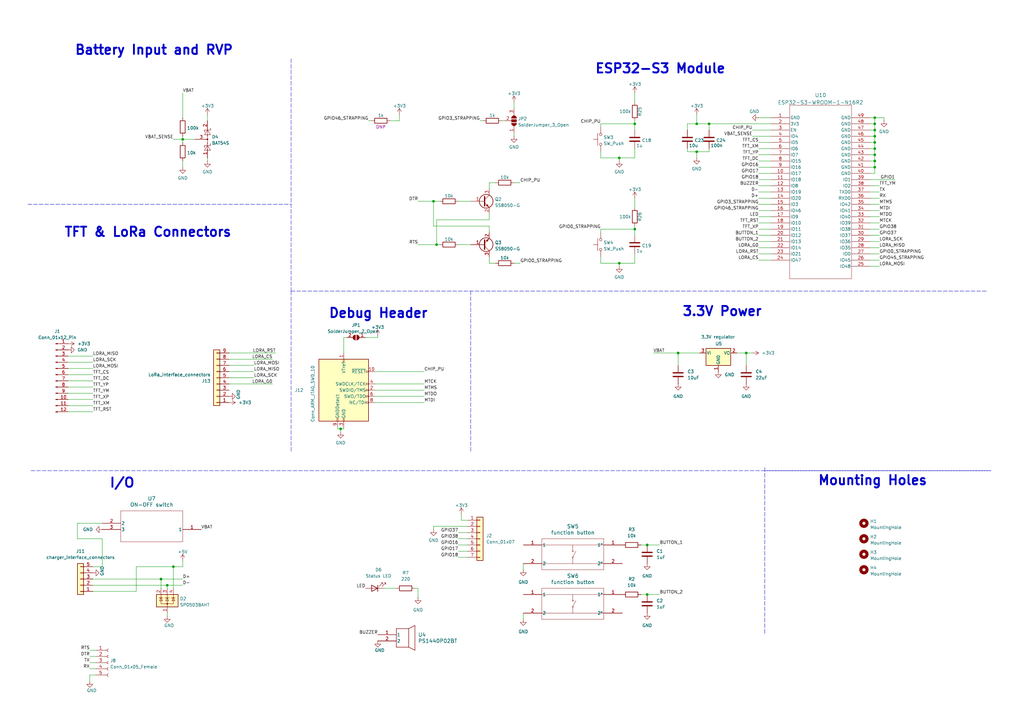
<source format=kicad_sch>
(kicad_sch (version 20231120) (generator "eeschema") (generator_version "8.0")
  (paper "A3")
  (lib_symbols
    (symbol "+3V3_1" (power) (pin_numbers hide) (pin_names (offset 0) hide)
      (property "Value" "+3V3" (at 0 3.556 0))
      (symbol "+3V3_1_1_1"
        (pin power_in line (at 0 0 90) (length 0) (name "~") (number "1"))
      )
    )
    (symbol "2024-10-08_01-38-24:EVQ-P7A01P" (pin_names (offset 0.254))
      (property "Reference" "SW6" (at 20.32 7.62 0))
      (property "Value" "function button" (at 20.32 5.08 0))
      (symbol "EVQ-P7A01P_0_1"
        (pin unspecified line (at 0 0 0) (length 7.62) (name "1") (number "1"))
        (pin unspecified line (at 0 -7.62 0) (length 7.62) (name "2") (number "2"))
      )
      (symbol "EVQ-P7A01P_1_1"
        (pin unspecified line (at 40.64 0 180) (length 7.62) (name "1*") (number "1"))
        (pin unspecified line (at 40.64 -7.62 180) (length 7.62) (name "2*") (number "2"))
      )
    )
    (symbol "2024-10-08_01-39-16:OS102011MA1QS1" (pin_names (offset 0.254))
      (property "Reference" "U" (at 20.32 10.16 0))
      (property "Value" "OS102011MA1QS1" (at 20.32 7.62 0))
      (symbol "OS102011MA1QS1_0_1"
        (pin unspecified line (at 0 0 0) (length 7.62) (name "1") (number "1"))
        (pin unspecified line (at 40.64 -2.54 180) (length 7.62) (name "2") (number "2"))
        (pin unspecified line (at 40.64 0 180) (length 7.62) (name "3") (number "3"))
      )
    )
    (symbol "2024-10-11_03-25-17:PS1440P02BT" (pin_names (offset 0.254))
      (property "Reference" "U" (at 7.62 7.62 0))
      (property "Value" "PS1440P02BT" (at 20.32 7.62 0))
      (symbol "PS1440P02BT_0_1"
        (pin unspecified line (at 0 0 0) (length 7.62) (name "1") (number "1"))
        (pin unspecified line (at 0 -2.54 0) (length 7.62) (name "2") (number "2"))
      )
    )
    (symbol "Connector:Conn_01x05_Female" (pin_names (offset 1.016) hide)
      (property "Reference" "J" (at 0 7.62 0))
      (property "Value" "Conn_01x05_Female" (at 0 -7.62 0))
      (symbol "Conn_01x05_Female_1_1"
        (pin passive line (at -5.08 5.08 0) (length 3.81) (name "Pin_1") (number "1"))
        (pin passive line (at -5.08 2.54 0) (length 3.81) (name "Pin_2") (number "2"))
        (pin passive line (at -5.08 0 0) (length 3.81) (name "Pin_3") (number "3"))
        (pin passive line (at -5.08 -2.54 0) (length 3.81) (name "Pin_4") (number "4"))
        (pin passive line (at -5.08 -5.08 0) (length 3.81) (name "Pin_5") (number "5"))
      )
    )
    (symbol "Connector:Conn_01x12_Pin" (pin_names (offset 1.016) hide)
      (property "Reference" "J" (at 0 15.24 0))
      (property "Value" "Conn_01x12_Pin" (at 0 -17.78 0))
      (symbol "Conn_01x12_Pin_1_1"
        (pin passive line (at 5.08 12.7 180) (length 3.81) (name "Pin_1") (number "1"))
        (pin passive line (at 5.08 -10.16 180) (length 3.81) (name "Pin_10") (number "10"))
        (pin passive line (at 5.08 -12.7 180) (length 3.81) (name "Pin_11") (number "11"))
        (pin passive line (at 5.08 -15.24 180) (length 3.81) (name "Pin_12") (number "12"))
        (pin passive line (at 5.08 10.16 180) (length 3.81) (name "Pin_2") (number "2"))
        (pin passive line (at 5.08 7.62 180) (length 3.81) (name "Pin_3") (number "3"))
        (pin passive line (at 5.08 5.08 180) (length 3.81) (name "Pin_4") (number "4"))
        (pin passive line (at 5.08 2.54 180) (length 3.81) (name "Pin_5") (number "5"))
        (pin passive line (at 5.08 0 180) (length 3.81) (name "Pin_6") (number "6"))
        (pin passive line (at 5.08 -2.54 180) (length 3.81) (name "Pin_7") (number "7"))
        (pin passive line (at 5.08 -5.08 180) (length 3.81) (name "Pin_8") (number "8"))
        (pin passive line (at 5.08 -7.62 180) (length 3.81) (name "Pin_9") (number "9"))
      )
    )
    (symbol "Connector:Conn_ARM_JTAG_SWD_10" (pin_names (offset 1.016))
      (property "Reference" "J" (at -2.54 16.51 0))
      (property "Value" "Conn_ARM_JTAG_SWD_10" (at -2.54 13.97 0))
      (symbol "Conn_ARM_JTAG_SWD_10_1_1"
        (pin power_in line (at 0 15.24 270) (length 2.54) (name "VTref") (number "1"))
        (pin open_collector line (at 12.7 7.62 180) (length 2.54) (name "~{RESET}") (number "10"))
        (pin bidirectional line (at 12.7 0 180) (length 2.54) (name "SWDIO/TMS") (number "2"))
        (pin power_in line (at 0 -15.24 90) (length 2.54) (name "GND") (number "3"))
        (pin output line (at 12.7 2.54 180) (length 2.54) (name "SWDCLK/TCK") (number "4"))
        (pin passive line (at 0 -15.24 90) (length 2.54) hide (name "GND") (number "5"))
        (pin input line (at 12.7 -2.54 180) (length 2.54) (name "SWO/TDO") (number "6"))
        (pin no_connect line (at -10.16 0 0) (length 2.54) hide (name "KEY") (number "7"))
        (pin output line (at 12.7 -5.08 180) (length 2.54) (name "NC/TDI") (number "8"))
        (pin passive line (at -2.54 -15.24 90) (length 2.54) (name "GNDDetect") (number "9"))
      )
    )
    (symbol "Connector_Generic:Conn_01x05" (pin_names (offset 1.016) hide)
      (property "Reference" "J11" (at 0 -11.43 0))
      (property "Value" "charger_interface_connectors" (at 0 -8.89 0))
      (symbol "Conn_01x05_1_1"
        (pin passive line (at -5.08 5.08 0) (length 3.81) (name "5V") (number "1"))
        (pin passive line (at -5.08 2.54 0) (length 3.81) (name "D-") (number "2"))
        (pin passive line (at -5.08 0 0) (length 3.81) (name "D+") (number "3"))
        (pin passive line (at -5.08 -2.54 0) (length 3.81) (name "GND") (number "4"))
        (pin passive line (at -5.08 -5.08 0) (length 3.81) (name "BAT") (number "5"))
      )
    )
    (symbol "Connector_Generic:Conn_01x07" (pin_names (offset 1.016) hide)
      (property "Reference" "J" (at 0 10.16 0))
      (property "Value" "Conn_01x07" (at 0 -10.16 0))
      (symbol "Conn_01x07_1_1"
        (pin passive line (at -5.08 7.62 0) (length 3.81) (name "Pin_1") (number "1"))
        (pin passive line (at -5.08 5.08 0) (length 3.81) (name "Pin_2") (number "2"))
        (pin passive line (at -5.08 2.54 0) (length 3.81) (name "Pin_3") (number "3"))
        (pin passive line (at -5.08 0 0) (length 3.81) (name "Pin_4") (number "4"))
        (pin passive line (at -5.08 -2.54 0) (length 3.81) (name "Pin_5") (number "5"))
        (pin passive line (at -5.08 -5.08 0) (length 3.81) (name "Pin_6") (number "6"))
        (pin passive line (at -5.08 -7.62 0) (length 3.81) (name "Pin_7") (number "7"))
      )
    )
    (symbol "Connector_Generic:Conn_01x09" (pin_names (offset 1.016) hide)
      (property "Reference" "J13" (at 2.54 1.2701 0))
      (property "Value" "LoRa_interface_connectors" (at 2.54 -1.2699 0))
      (symbol "Conn_01x09_1_1"
        (pin passive line (at -5.08 10.16 0) (length 3.81) (name "VIN") (number "1"))
        (pin passive line (at -5.08 7.62 0) (length 3.81) (name "GND") (number "2"))
        (pin passive line (at -5.08 5.08 0) (length 3.81) (name "EN") (number "3"))
        (pin passive line (at -5.08 2.54 0) (length 3.81) (name "G0") (number "4"))
        (pin passive line (at -5.08 0 0) (length 3.81) (name "SCK") (number "5"))
        (pin passive line (at -5.08 -2.54 0) (length 3.81) (name "MISO") (number "6"))
        (pin passive line (at -5.08 -5.08 0) (length 3.81) (name "MOSI") (number "7"))
        (pin passive line (at -5.08 -7.62 0) (length 3.81) (name "CS") (number "8"))
        (pin passive line (at -5.08 -10.16 0) (length 3.81) (name "RST") (number "9"))
      )
    )
    (symbol "Device:C" (pin_numbers hide) (pin_names (offset 0.254))
      (property "Reference" "C" (at 0.635 2.54 0))
      (property "Value" "C" (at 0.635 -2.54 0))
      (symbol "C_1_1"
        (pin passive line (at 0 3.81 270) (length 2.794) (name "~") (number "1"))
        (pin passive line (at 0 -3.81 90) (length 2.794) (name "~") (number "2"))
      )
    )
    (symbol "Device:Q_NPN_BEC" (pin_names (offset 0) hide)
      (property "Reference" "Q" (at 5.08 1.27 0))
      (property "Value" "Q_NPN_BEC" (at 5.08 -1.27 0))
      (symbol "Q_NPN_BEC_1_1"
        (pin input line (at -5.08 0 0) (length 5.715) (name "B") (number "1"))
        (pin passive line (at 2.54 -5.08 90) (length 2.54) (name "E") (number "2"))
        (pin passive line (at 2.54 5.08 270) (length 2.54) (name "C") (number "3"))
      )
    )
    (symbol "Device:R" (pin_numbers hide) (pin_names (offset 0))
      (property "Reference" "R" (at 2.032 0 90))
      (property "Value" "R" (at 0 0 90))
      (symbol "R_1_1"
        (pin passive line (at 0 3.81 270) (length 1.27) (name "~") (number "1"))
        (pin passive line (at 0 -3.81 90) (length 1.27) (name "~") (number "2"))
      )
    )
    (symbol "Diode:BAT54S" (pin_names (offset 1.016))
      (property "Reference" "D" (at 0.635 -3.81 0))
      (property "Value" "BAT54S" (at -6.35 3.175 0))
      (symbol "BAT54S_1_1"
        (pin passive line (at -7.62 0 0) (length 3.81) (name "~") (number "1"))
        (pin passive line (at 7.62 0 180) (length 3.81) (name "~") (number "2"))
        (pin passive line (at 0 -5.08 90) (length 5.08) (name "~") (number "3"))
      )
    )
    (symbol "EVQ-P7A01P_1" (pin_names (offset 0.254))
      (property "Reference" "SW5" (at 20.32 7.62 0))
      (property "Value" "function button" (at 20.32 5.08 0))
      (symbol "EVQ-P7A01P_1_0_1"
        (pin unspecified line (at 0 0 0) (length 7.62) (name "1") (number "1"))
        (pin unspecified line (at 40.64 0 180) (length 7.62) (name "1*") (number "1"))
        (pin unspecified line (at 0 -7.62 0) (length 7.62) (name "2") (number "2"))
        (pin unspecified line (at 40.64 -7.62 180) (length 7.62) (name "2*") (number "2"))
      )
    )
    (symbol "Jumper:SolderJumper_2_Open" (pin_names (offset 0) hide)
      (property "Reference" "JP" (at 0 2.032 0))
      (property "Value" "SolderJumper_2_Open" (at 0 -2.54 0))
      (symbol "SolderJumper_2_Open_1_1"
        (pin passive line (at -3.81 0 0) (length 2.54) (name "A") (number "1"))
        (pin passive line (at 3.81 0 180) (length 2.54) (name "B") (number "2"))
      )
    )
    (symbol "Jumper:SolderJumper_3_Open" (pin_names (offset 0) hide)
      (property "Reference" "JP" (at -2.54 -2.54 0))
      (property "Value" "SolderJumper_3_Open" (at 0 2.794 0))
      (symbol "SolderJumper_3_Open_1_1"
        (pin passive line (at -5.08 0 0) (length 2.54) (name "A") (number "1"))
        (pin passive line (at 0 -3.81 90) (length 2.54) (name "C") (number "2"))
        (pin passive line (at 5.08 0 180) (length 2.54) (name "B") (number "3"))
      )
    )
    (symbol "LED:IR26-21C_L110_TR8" (pin_numbers hide) (pin_names (offset 1.016) hide)
      (property "Reference" "D" (at 0 2.54 0))
      (property "Value" "IR26-21C_L110_TR8" (at 0 -3.81 0))
      (symbol "IR26-21C_L110_TR8_1_1"
        (pin passive line (at -3.81 0 0) (length 2.54) (name "K") (number "1"))
        (pin passive line (at 3.81 0 180) (length 2.54) (name "A") (number "2"))
      )
    )
    (symbol "Mechanical:MountingHole" (pin_names (offset 1.016))
      (property "Reference" "H" (at 0 5.08 0))
      (property "Value" "MountingHole" (at 0 3.175 0))
    )
    (symbol "Power_Protection:SP0503BAHT" (pin_names hide)
      (property "Reference" "D" (at 5.715 2.54 0))
      (property "Value" "SP0503BAHT" (at 5.715 0.635 0))
      (symbol "SP0503BAHT_0_0"
        (pin passive line (at 0 -5.08 90) (length 2.54) (name "A") (number "1"))
      )
      (symbol "SP0503BAHT_1_1"
        (pin passive line (at -2.54 5.08 270) (length 2.54) (name "K") (number "2"))
        (pin passive line (at 0 5.08 270) (length 2.54) (name "K") (number "3"))
        (pin passive line (at 2.54 5.08 270) (length 2.54) (name "K") (number "4"))
      )
    )
    (symbol "Regulator_Linear:AZ1117-3.3" (pin_names (offset 0.254))
      (property "Reference" "U" (at -3.81 3.175 0))
      (property "Value" "AZ1117-3.3" (at 0 3.175 0))
      (symbol "AZ1117-3.3_1_1"
        (pin power_in line (at 0 -7.62 90) (length 2.54) (name "GND") (number "1"))
        (pin power_out line (at 7.62 0 180) (length 2.54) (name "VO") (number "2"))
        (pin power_in line (at -7.62 0 0) (length 2.54) (name "VI") (number "3"))
      )
    )
    (symbol "Switch:SW_Push" (pin_numbers hide) (pin_names (offset 1.016) hide)
      (property "Reference" "SW" (at 1.27 2.54 0))
      (property "Value" "SW_Push" (at 0 -1.524 0))
      (symbol "SW_Push_0_1"
        (pin passive line (at -5.08 0 0) (length 2.54) (name "1") (number "1"))
        (pin passive line (at 5.08 0 180) (length 2.54) (name "2") (number "2"))
      )
    )
    (symbol "basic:C" (pin_numbers hide) (pin_names (offset 0.254))
      (property "Reference" "C" (at 0.635 2.54 0))
      (symbol "C_1_1"
        (pin passive line (at 0 3.81 270) (length 2.794) (name "~") (number "1"))
        (pin passive line (at 0 -3.81 90) (length 2.794) (name "~") (number "2"))
      )
    )
    (symbol "basic:R" (pin_numbers hide) (pin_names (offset 0))
      (property "Value" "R" (at 0 0 90))
      (symbol "R_1_1"
        (pin passive line (at 0 3.81 270) (length 1.27) (name "~") (number "1"))
        (pin passive line (at 0 -3.81 90) (length 1.27) (name "~") (number "2"))
      )
    )
    (symbol "local_symbols:ESP32-S3-WROOM-1-N16R2" (pin_names (offset 0.254))
      (property "Reference" "U" (at 20.32 10.16 0))
      (property "Value" "ESP32-S3-WROOM-1-N16R2" (at 20.32 7.62 0))
      (symbol "ESP32-S3-WROOM-1-N16R2_0_1"
        (pin power_out line (at 0 0 0) (length 7.62) (name "GND") (number "1"))
        (pin bidirectional line (at 0 -22.86 0) (length 7.62) (name "IO17") (number "10"))
        (pin bidirectional line (at 0 -25.4 0) (length 7.62) (name "IO18") (number "11"))
        (pin bidirectional line (at 0 -27.94 0) (length 7.62) (name "IO8") (number "12"))
        (pin bidirectional line (at 0 -30.48 0) (length 7.62) (name "IO19") (number "13"))
        (pin bidirectional line (at 0 -33.02 0) (length 7.62) (name "IO20") (number "14"))
        (pin bidirectional line (at 0 -35.56 0) (length 7.62) (name "IO3") (number "15"))
        (pin bidirectional line (at 0 -38.1 0) (length 7.62) (name "IO46") (number "16"))
        (pin bidirectional line (at 0 -40.64 0) (length 7.62) (name "IO9") (number "17"))
        (pin bidirectional line (at 0 -43.18 0) (length 7.62) (name "IO10") (number "18"))
        (pin bidirectional line (at 0 -45.72 0) (length 7.62) (name "IO11") (number "19"))
        (pin power_in line (at 0 -2.54 0) (length 7.62) (name "3V3") (number "2"))
        (pin bidirectional line (at 0 -48.26 0) (length 7.62) (name "IO12") (number "20"))
        (pin bidirectional line (at 0 -50.8 0) (length 7.62) (name "IO13") (number "21"))
        (pin bidirectional line (at 0 -53.34 0) (length 7.62) (name "IO14") (number "22"))
        (pin bidirectional line (at 0 -55.88 0) (length 7.62) (name "IO21") (number "23"))
        (pin bidirectional line (at 0 -58.42 0) (length 7.62) (name "IO47") (number "24"))
        (pin bidirectional line (at 40.64 -60.96 180) (length 7.62) (name "IO48") (number "25"))
        (pin bidirectional line (at 40.64 -58.42 180) (length 7.62) (name "IO45") (number "26"))
        (pin bidirectional line (at 40.64 -55.88 180) (length 7.62) (name "IO0") (number "27"))
        (pin bidirectional line (at 40.64 -53.34 180) (length 7.62) (name "IO35") (number "28"))
        (pin bidirectional line (at 40.64 -50.8 180) (length 7.62) (name "IO36") (number "29"))
        (pin input line (at 0 -5.08 0) (length 7.62) (name "EN") (number "3"))
        (pin bidirectional line (at 40.64 -48.26 180) (length 7.62) (name "IO37") (number "30"))
        (pin bidirectional line (at 40.64 -45.72 180) (length 7.62) (name "IO38") (number "31"))
        (pin bidirectional line (at 40.64 -43.18 180) (length 7.62) (name "IO39") (number "32"))
        (pin bidirectional line (at 40.64 -40.64 180) (length 7.62) (name "IO40") (number "33"))
        (pin bidirectional line (at 40.64 -38.1 180) (length 7.62) (name "IO41") (number "34"))
        (pin bidirectional line (at 40.64 -35.56 180) (length 7.62) (name "IO42") (number "35"))
        (pin bidirectional line (at 40.64 -33.02 180) (length 7.62) (name "RXD0") (number "36"))
        (pin bidirectional line (at 40.64 -30.48 180) (length 7.62) (name "TXD0") (number "37"))
        (pin bidirectional line (at 40.64 -27.94 180) (length 7.62) (name "IO2") (number "38"))
        (pin bidirectional line (at 40.64 -25.4 180) (length 7.62) (name "IO1") (number "39"))
        (pin bidirectional line (at 0 -7.62 0) (length 7.62) (name "IO4") (number "4"))
        (pin power_out line (at 40.64 -22.86 180) (length 7.62) (name "GND") (number "40"))
        (pin power_out line (at 40.64 -20.32 180) (length 7.62) (name "GND") (number "41"))
        (pin power_out line (at 40.64 -17.78 180) (length 7.62) (name "GND") (number "42"))
        (pin power_out line (at 40.64 -15.24 180) (length 7.62) (name "GND") (number "43"))
        (pin power_out line (at 40.64 -12.7 180) (length 7.62) (name "GND") (number "44"))
        (pin power_out line (at 40.64 -10.16 180) (length 7.62) (name "GND") (number "45"))
        (pin power_out line (at 40.64 -7.62 180) (length 7.62) (name "GND") (number "46"))
        (pin power_out line (at 40.64 -5.08 180) (length 7.62) (name "GND") (number "47"))
        (pin power_out line (at 40.64 -2.54 180) (length 7.62) (name "GND") (number "48"))
        (pin power_out line (at 40.64 0 180) (length 7.62) (name "GND") (number "49"))
        (pin bidirectional line (at 0 -10.16 0) (length 7.62) (name "IO5") (number "5"))
        (pin bidirectional line (at 0 -12.7 0) (length 7.62) (name "IO6") (number "6"))
        (pin bidirectional line (at 0 -15.24 0) (length 7.62) (name "IO7") (number "7"))
        (pin bidirectional line (at 0 -17.78 0) (length 7.62) (name "IO15") (number "8"))
        (pin bidirectional line (at 0 -20.32 0) (length 7.62) (name "IO16") (number "9"))
      )
    )
    (symbol "power:+3V3" (power) (pin_names (offset 0))
      (property "Value" "+3V3" (at 0 3.556 0))
      (symbol "+3V3_1_1"
        (pin power_in line (at 0 0 90) (length 0) hide (name "+3V3") (number "1"))
      )
    )
    (symbol "power:+5V" (power) (pin_names (offset 0))
      (property "Value" "+5V" (at 0 3.556 0))
      (symbol "+5V_1_1"
        (pin power_in line (at 0 0 90) (length 0) hide (name "+5V") (number "1"))
      )
    )
    (symbol "power:GND" (power) (pin_numbers hide) (pin_names (offset 0) hide)
      (property "Value" "GND" (at 0 -3.81 0))
      (symbol "GND_1_1"
        (pin power_in line (at 0 0 270) (length 0) (name "~") (number "1"))
      )
    )
  )
  (junction (at 260.35 93.98))
  (junction (at 358.775 55.88))
  (junction (at 265.43 243.84))
  (junction (at 285.75 62.23))
  (junction (at 358.775 50.8))
  (junction (at 358.775 58.42))
  (junction (at 71.12 232.41))
  (junction (at 285.75 50.8))
  (junction (at 290.83 50.8))
  (junction (at 278.13 144.78))
  (junction (at 358.775 68.58))
  (junction (at 74.93 57.15))
  (junction (at 265.43 223.52))
  (junction (at 358.775 48.26))
  (junction (at 68.58 240.03))
  (junction (at 358.775 66.04))
  (junction (at 358.775 60.96))
  (junction (at 260.35 50.8))
  (junction (at 179.07 100.33))
  (junction (at 254 107.95))
  (junction (at 358.775 63.5))
  (junction (at 306.07 144.78))
  (junction (at 139.7 175.895))
  (junction (at 254 64.77))
  (junction (at 358.775 53.34))
  (junction (at 66.04 237.49))
  (junction (at 177.8 82.55))
  (wire (pts (xy 36.83 266.7) (xy 39.37 266.7)))
  (wire (pts (xy 36.83 271.78) (xy 39.37 271.78)))
  (wire (pts (xy 68.58 240.03) (xy 74.93 240.03)))
  (wire (pts (xy 311.15 86.36) (xy 316.23 86.36)))
  (wire (pts (xy 154.94 137.795) (xy 154.94 138.43)))
  (polyline (pts (xy 193.04 119.38) (xy 193.04 185.42)) (stroke (width 0) (type dash)))
  (wire (pts (xy 260.35 81.28) (xy 260.35 85.09)))
  (wire (pts (xy 38.1 242.57) (xy 55.88 242.57)))
  (wire (pts (xy 187.96 218.44) (xy 191.77 218.44)))
  (polyline (pts (xy 119.38 24.13) (xy 119.38 119.38)) (stroke (width 0) (type dash)))
  (wire (pts (xy 356.87 99.06) (xy 360.68 99.06)))
  (wire (pts (xy 278.13 144.78) (xy 278.13 149.86)))
  (wire (pts (xy 311.15 99.06) (xy 316.23 99.06)))
  (wire (pts (xy 262.89 243.84) (xy 265.43 243.84)))
  (wire (pts (xy 38.1 151.13) (xy 27.94 151.13)))
  (wire (pts (xy 153.67 160.02) (xy 173.99 160.02)))
  (wire (pts (xy 254 107.95) (xy 254 109.22)))
  (wire (pts (xy 311.15 48.26) (xy 316.23 48.26)))
  (wire (pts (xy 104.14 152.4) (xy 93.98 152.4)))
  (wire (pts (xy 210.82 107.95) (xy 213.36 107.95)))
  (wire (pts (xy 356.87 81.28) (xy 360.68 81.28)))
  (wire (pts (xy 71.12 232.41) (xy 74.93 232.41)))
  (wire (pts (xy 311.15 73.66) (xy 316.23 73.66)))
  (wire (pts (xy 311.15 68.58) (xy 316.23 68.58)))
  (polyline (pts (xy 12.7 193.04) (xy 406.4 193.04)) (stroke (width 0) (type dash)))
  (wire (pts (xy 246.38 107.95) (xy 254 107.95)))
  (wire (pts (xy 200.66 90.17) (xy 179.07 90.17)))
  (wire (pts (xy 214.63 233.68) (xy 214.63 231.14)))
  (wire (pts (xy 308.61 53.34) (xy 316.23 53.34)))
  (wire (pts (xy 356.87 66.04) (xy 358.775 66.04)))
  (wire (pts (xy 260.35 107.95) (xy 254 107.95)))
  (wire (pts (xy 113.03 144.78) (xy 93.98 144.78)))
  (polyline (pts (xy 313.69 191.77) (xy 313.69 260.35)) (stroke (width 0) (type dash)))
  (wire (pts (xy 71.12 57.15) (xy 74.93 57.15)))
  (wire (pts (xy 160.02 49.53) (xy 163.83 49.53)))
  (wire (pts (xy 93.98 157.48) (xy 111.76 157.48)))
  (wire (pts (xy 187.96 228.6) (xy 191.77 228.6)))
  (wire (pts (xy 356.87 78.74) (xy 360.68 78.74)))
  (wire (pts (xy 285.75 62.23) (xy 290.83 62.23)))
  (wire (pts (xy 260.35 49.53) (xy 260.35 50.8)))
  (wire (pts (xy 356.87 55.88) (xy 358.775 55.88)))
  (wire (pts (xy 260.35 104.14) (xy 260.35 107.95)))
  (wire (pts (xy 260.35 92.71) (xy 260.35 93.98)))
  (wire (pts (xy 358.775 55.88) (xy 358.775 53.34)))
  (wire (pts (xy 38.1 240.03) (xy 68.58 240.03)))
  (wire (pts (xy 153.67 152.4) (xy 173.99 152.4)))
  (wire (pts (xy 356.87 93.98) (xy 360.68 93.98)))
  (wire (pts (xy 38.1 166.37) (xy 27.94 166.37)))
  (wire (pts (xy 281.94 60.96) (xy 281.94 62.23)))
  (polyline (pts (xy 406.4 193.04) (xy 313.69 193.04)) (stroke (width 0) (type dash)))
  (wire (pts (xy 171.45 241.3) (xy 171.45 245.11)))
  (wire (pts (xy 187.96 220.98) (xy 191.77 220.98)))
  (wire (pts (xy 214.63 254) (xy 214.63 251.46)))
  (wire (pts (xy 306.07 144.78) (xy 306.07 149.86)))
  (wire (pts (xy 187.96 100.33) (xy 193.04 100.33)))
  (wire (pts (xy 189.23 213.36) (xy 191.77 213.36)))
  (wire (pts (xy 200.66 105.41) (xy 200.66 107.95)))
  (wire (pts (xy 177.8 82.55) (xy 180.34 82.55)))
  (wire (pts (xy 246.38 50.8) (xy 260.35 50.8)))
  (wire (pts (xy 246.38 105.41) (xy 246.38 107.95)))
  (wire (pts (xy 311.15 71.12) (xy 316.23 71.12)))
  (wire (pts (xy 138.43 175.26) (xy 138.43 175.895)))
  (wire (pts (xy 356.87 104.14) (xy 360.68 104.14)))
  (wire (pts (xy 356.87 106.68) (xy 360.68 106.68)))
  (wire (pts (xy 356.87 68.58) (xy 358.775 68.58)))
  (wire (pts (xy 74.93 55.88) (xy 74.93 57.15)))
  (wire (pts (xy 171.45 100.33) (xy 179.07 100.33)))
  (wire (pts (xy 39.37 276.86) (xy 36.83 276.86)))
  (wire (pts (xy 267.97 144.78) (xy 278.13 144.78)))
  (wire (pts (xy 260.35 50.8) (xy 260.35 53.34)))
  (wire (pts (xy 246.38 62.23) (xy 246.38 64.77)))
  (wire (pts (xy 157.48 241.3) (xy 162.56 241.3)))
  (wire (pts (xy 104.14 149.86) (xy 93.98 149.86)))
  (wire (pts (xy 210.82 54.61) (xy 210.82 55.88)))
  (wire (pts (xy 177.8 215.9) (xy 191.77 215.9)))
  (wire (pts (xy 68.58 240.03) (xy 68.58 241.3)))
  (wire (pts (xy 358.775 66.04) (xy 358.775 63.5)))
  (wire (pts (xy 85.09 46.99) (xy 85.09 49.53)))
  (wire (pts (xy 311.15 104.14) (xy 316.23 104.14)))
  (wire (pts (xy 356.87 63.5) (xy 358.775 63.5)))
  (wire (pts (xy 281.94 50.8) (xy 285.75 50.8)))
  (wire (pts (xy 311.15 63.5) (xy 316.23 63.5)))
  (wire (pts (xy 55.88 232.41) (xy 71.12 232.41)))
  (wire (pts (xy 196.85 49.53) (xy 198.12 49.53)))
  (polyline (pts (xy 11.43 83.82) (xy 119.38 83.82)) (stroke (width 0) (type dash)))
  (wire (pts (xy 246.38 64.77) (xy 254 64.77)))
  (wire (pts (xy 38.1 163.83) (xy 27.94 163.83)))
  (wire (pts (xy 358.775 68.58) (xy 358.775 66.04)))
  (wire (pts (xy 311.15 91.44) (xy 316.23 91.44)))
  (wire (pts (xy 356.87 76.2) (xy 360.68 76.2)))
  (wire (pts (xy 246.38 52.07) (xy 246.38 50.8)))
  (wire (pts (xy 281.94 62.23) (xy 285.75 62.23)))
  (wire (pts (xy 358.775 58.42) (xy 358.775 55.88)))
  (wire (pts (xy 66.04 237.49) (xy 66.04 241.3)))
  (wire (pts (xy 358.775 53.34) (xy 358.775 50.8)))
  (wire (pts (xy 260.35 38.1) (xy 260.35 41.91)))
  (wire (pts (xy 179.07 90.17) (xy 179.07 100.33)))
  (wire (pts (xy 311.15 83.82) (xy 316.23 83.82)))
  (wire (pts (xy 358.775 71.12) (xy 358.775 68.58)))
  (polyline (pts (xy 119.38 119.38) (xy 405.13 119.38)) (stroke (width 0) (type dash)))
  (wire (pts (xy 38.1 158.75) (xy 27.94 158.75)))
  (wire (pts (xy 311.15 76.2) (xy 316.23 76.2)))
  (wire (pts (xy 311.15 106.68) (xy 316.23 106.68)))
  (wire (pts (xy 38.1 148.59) (xy 27.94 148.59)))
  (wire (pts (xy 290.83 50.8) (xy 316.23 50.8)))
  (wire (pts (xy 356.87 96.52) (xy 360.68 96.52)))
  (wire (pts (xy 356.87 101.6) (xy 360.68 101.6)))
  (wire (pts (xy 38.1 161.29) (xy 27.94 161.29)))
  (wire (pts (xy 311.15 96.52) (xy 316.23 96.52)))
  (wire (pts (xy 27.94 168.91) (xy 38.1 168.91)))
  (wire (pts (xy 163.83 46.99) (xy 163.83 49.53)))
  (wire (pts (xy 311.15 101.6) (xy 316.23 101.6)))
  (wire (pts (xy 68.58 251.46) (xy 68.58 252.73)))
  (wire (pts (xy 74.93 38.1) (xy 74.93 48.26)))
  (wire (pts (xy 285.75 62.23) (xy 285.75 64.77)))
  (wire (pts (xy 285.75 46.99) (xy 285.75 50.8)))
  (wire (pts (xy 356.87 48.26) (xy 358.775 48.26)))
  (wire (pts (xy 170.18 241.3) (xy 171.45 241.3)))
  (wire (pts (xy 38.1 153.67) (xy 27.94 153.67)))
  (wire (pts (xy 38.1 146.05) (xy 27.94 146.05)))
  (wire (pts (xy 200.66 87.63) (xy 200.66 90.17)))
  (wire (pts (xy 41.91 232.41) (xy 41.91 220.98)))
  (wire (pts (xy 200.66 95.25) (xy 200.66 92.71)))
  (wire (pts (xy 85.09 64.77) (xy 85.09 66.04)))
  (wire (pts (xy 140.97 138.43) (xy 140.97 144.78)))
  (wire (pts (xy 262.89 223.52) (xy 265.43 223.52)))
  (wire (pts (xy 260.35 64.77) (xy 254 64.77)))
  (wire (pts (xy 311.15 60.96) (xy 316.23 60.96)))
  (wire (pts (xy 210.82 74.93) (xy 213.36 74.93)))
  (wire (pts (xy 36.83 269.24) (xy 39.37 269.24)))
  (wire (pts (xy 74.93 57.15) (xy 80.01 57.15)))
  (wire (pts (xy 149.86 138.43) (xy 154.94 138.43)))
  (wire (pts (xy 205.74 49.53) (xy 207.01 49.53)))
  (wire (pts (xy 179.07 100.33) (xy 180.34 100.33)))
  (wire (pts (xy 36.83 276.86) (xy 36.83 279.4)))
  (wire (pts (xy 151.13 49.53) (xy 152.4 49.53)))
  (wire (pts (xy 41.91 220.98) (xy 31.75 220.98)))
  (wire (pts (xy 153.67 165.1) (xy 173.99 165.1)))
  (wire (pts (xy 153.67 157.48) (xy 173.99 157.48)))
  (wire (pts (xy 187.96 82.55) (xy 193.04 82.55)))
  (wire (pts (xy 171.45 82.55) (xy 177.8 82.55)))
  (wire (pts (xy 362.585 49.53) (xy 362.585 48.26)))
  (wire (pts (xy 278.13 144.78) (xy 287.02 144.78)))
  (wire (pts (xy 111.76 147.32) (xy 93.98 147.32)))
  (wire (pts (xy 200.66 107.95) (xy 203.2 107.95)))
  (wire (pts (xy 177.8 92.71) (xy 177.8 82.55)))
  (wire (pts (xy 358.775 60.96) (xy 358.775 58.42)))
  (wire (pts (xy 38.1 237.49) (xy 66.04 237.49)))
  (wire (pts (xy 311.15 58.42) (xy 316.23 58.42)))
  (wire (pts (xy 200.66 92.71) (xy 177.8 92.71)))
  (wire (pts (xy 210.82 41.91) (xy 210.82 44.45)))
  (wire (pts (xy 265.43 223.52) (xy 270.51 223.52)))
  (wire (pts (xy 311.15 66.04) (xy 316.23 66.04)))
  (wire (pts (xy 285.75 50.8) (xy 290.83 50.8)))
  (wire (pts (xy 138.43 175.895) (xy 139.7 175.895)))
  (wire (pts (xy 260.35 93.98) (xy 260.35 96.52)))
  (wire (pts (xy 140.97 175.26) (xy 140.97 175.895)))
  (wire (pts (xy 31.75 214.63) (xy 41.91 214.63)))
  (wire (pts (xy 311.15 81.28) (xy 316.23 81.28)))
  (wire (pts (xy 187.96 226.06) (xy 191.77 226.06)))
  (wire (pts (xy 246.38 95.25) (xy 246.38 93.98)))
  (wire (pts (xy 187.96 223.52) (xy 191.77 223.52)))
  (wire (pts (xy 38.1 232.41) (xy 41.91 232.41)))
  (wire (pts (xy 281.94 53.34) (xy 281.94 50.8)))
  (wire (pts (xy 71.12 232.41) (xy 71.12 241.3)))
  (polyline (pts (xy 119.38 119.38) (xy 119.38 185.42)) (stroke (width 0) (type dash)))
  (wire (pts (xy 356.87 109.22) (xy 360.68 109.22)))
  (wire (pts (xy 200.66 74.93) (xy 200.66 77.47)))
  (wire (pts (xy 55.88 242.57) (xy 55.88 232.41)))
  (wire (pts (xy 74.93 57.15) (xy 74.93 58.42)))
  (wire (pts (xy 358.775 48.26) (xy 358.775 50.8)))
  (wire (pts (xy 308.61 55.88) (xy 316.23 55.88)))
  (wire (pts (xy 356.87 58.42) (xy 358.775 58.42)))
  (wire (pts (xy 356.87 60.96) (xy 358.775 60.96)))
  (wire (pts (xy 356.87 73.66) (xy 367.03 73.66)))
  (wire (pts (xy 203.2 74.93) (xy 200.66 74.93)))
  (wire (pts (xy 38.1 156.21) (xy 27.94 156.21)))
  (wire (pts (xy 74.93 66.04) (xy 74.93 68.58)))
  (wire (pts (xy 290.83 60.96) (xy 290.83 62.23)))
  (wire (pts (xy 104.14 154.94) (xy 93.98 154.94)))
  (wire (pts (xy 356.87 83.82) (xy 360.68 83.82)))
  (wire (pts (xy 311.15 78.74) (xy 316.23 78.74)))
  (wire (pts (xy 254 64.77) (xy 254 66.04)))
  (wire (pts (xy 302.26 144.78) (xy 306.07 144.78)))
  (wire (pts (xy 139.7 175.895) (xy 139.7 177.165)))
  (wire (pts (xy 311.15 88.9) (xy 316.23 88.9)))
  (wire (pts (xy 153.67 162.56) (xy 173.99 162.56)))
  (wire (pts (xy 358.775 63.5) (xy 358.775 60.96)))
  (wire (pts (xy 260.35 60.96) (xy 260.35 64.77)))
  (wire (pts (xy 356.87 53.34) (xy 358.775 53.34)))
  (wire (pts (xy 358.775 50.8) (xy 356.87 50.8)))
  (wire (pts (xy 356.87 91.44) (xy 360.68 91.44)))
  (wire (pts (xy 356.87 86.36) (xy 360.68 86.36)))
  (wire (pts (xy 308.61 144.78) (xy 306.07 144.78)))
  (wire (pts (xy 311.15 93.98) (xy 316.23 93.98)))
  (wire (pts (xy 290.83 50.8) (xy 290.83 53.34)))
  (wire (pts (xy 36.83 274.32) (xy 39.37 274.32)))
  (wire (pts (xy 66.04 237.49) (xy 74.93 237.49)))
  (wire (pts (xy 177.8 215.9) (xy 177.8 217.17)))
  (wire (pts (xy 356.87 71.12) (xy 358.775 71.12)))
  (wire (pts (xy 142.24 138.43) (xy 140.97 138.43)))
  (wire (pts (xy 265.43 243.84) (xy 270.51 243.84)))
  (wire (pts (xy 74.93 229.87) (xy 74.93 232.41)))
  (wire (pts (xy 246.38 93.98) (xy 260.35 93.98)))
  (wire (pts (xy 189.23 210.82) (xy 189.23 213.36)))
  (wire (pts (xy 356.87 88.9) (xy 360.68 88.9)))
  (wire (pts (xy 358.775 48.26) (xy 362.585 48.26)))
  (wire (pts (xy 140.97 175.895) (xy 139.7 175.895)))
  (wire (pts (xy 31.75 220.98) (xy 31.75 214.63)))
  (text "I/O" (at 44.704 200.406 0) (effects (font (size 3.81 3.81) (thickness 0.762) (bold yes)) (justify left bottom)))
  (text "3.3V Power" (at 279.654 130.048 0) (effects (font (size 3.81 3.81) (thickness 0.762) (bold yes)) (justify left bottom)))
  (text "Debug Header" (at 134.62 130.81 0) (effects (font (size 3.81 3.81) (thickness 0.762) (bold yes)) (justify left bottom)))
  (text "ESP32-S3 Module" (at 243.84 30.48 0) (effects (font (size 3.81 3.81) (thickness 0.762) (bold yes)) (justify left bottom)))
  (text "Mounting Holes" (at 335.28 199.39 0) (effects (font (size 3.81 3.81) (thickness 0.762) (bold yes)) (justify left bottom)))
  (text "TFT & LoRa Connectors\n" (at 26.162 97.536 0) (effects (font (size 3.81 3.81) (thickness 0.762) (bold yes)) (justify left bottom)))
  (text "Battery Input and RVP" (at 30.48 22.86 0) (effects (font (size 3.81 3.81) (thickness 0.762) (bold yes)) (justify left bottom)))
  (label "TFT_XM" (at 38.1 166.37 0))
  (label "GPIO16" (at 311.15 68.58 180))
  (label "GPIO3_STRAPPING" (at 196.85 49.53 180))
  (label "LORA_MISO" (at 360.68 101.6 0))
  (label "D+" (at 74.93 237.49 0))
  (label "LORA_CS" (at 311.15 106.68 180))
  (label "LORA_G0" (at 311.15 101.6 180))
  (label "GPIO46_STRAPPING" (at 311.15 86.36 180))
  (label "GPIO18" (at 311.15 73.66 180))
  (label "VBAT" (at 267.97 144.78 0))
  (label "TFT_RST" (at 311.15 91.44 180))
  (label "TFT_YP" (at 311.15 63.5 180))
  (label "D-" (at 74.93 240.03 0))
  (label "LORA_MOSI" (at 104.14 149.86 0))
  (label "TFT_CS" (at 311.15 58.42 180))
  (label "MTMS" (at 360.68 83.82 0))
  (label "TFT_XM" (at 311.15 60.96 180))
  (label "GPIO38" (at 187.96 220.98 180))
  (label "GPIO45_STRAPPING" (at 360.68 106.68 0))
  (label "GPIO37" (at 187.96 218.44 180))
  (label "VBAT_SENSE" (at 308.61 55.88 180))
  (label "LORA_SCK" (at 360.68 99.06 0))
  (label "LORA_MISO" (at 38.1 146.05 0))
  (label "LORA_RST" (at 311.15 104.14 180))
  (label "BUZZER" (at 154.94 260.35 180))
  (label "BUTTON_1" (at 311.15 96.52 180))
  (label "MTCK" (at 173.99 157.48 0))
  (label "LORA_CS" (at 111.76 147.32 180))
  (label "CHIP_PU" (at 308.61 53.34 180))
  (label "BUTTON_2" (at 270.51 243.84 0))
  (label "GPIO37" (at 360.68 96.52 0))
  (label "DTR" (at 36.83 269.24 180))
  (label "LORA_SCK" (at 38.1 148.59 0))
  (label "GPIO16" (at 187.96 223.52 180))
  (label "TFT_YM" (at 360.68 76.2 0))
  (label "CHIP_PU" (at 173.99 152.4 0))
  (label "LORA_SCK" (at 104.14 154.94 0))
  (label "VBAT" (at 82.55 217.17 0))
  (label "DTR" (at 171.45 82.55 180))
  (label "GPIO0_STRAPPING" (at 213.36 107.95 0))
  (label "VBAT_SENSE" (at 71.12 57.15 180))
  (label "CHIP_PU" (at 246.38 50.8 180))
  (label "MTCK" (at 360.68 91.44 0))
  (label "BUTTON_1" (at 270.51 223.52 0))
  (label "TFT_YM" (at 38.1 161.29 0))
  (label "TFT_XP" (at 311.15 93.98 180))
  (label "RTS" (at 36.83 266.7 180))
  (label "LORA_MOSI" (at 360.68 109.22 0))
  (label "MTDI" (at 173.99 165.1 0))
  (label "TFT_XP" (at 38.1 163.83 0))
  (label "BUTTON_2" (at 311.15 99.06 180))
  (label "TFT_RST" (at 38.1 168.91 0))
  (label "RX" (at 360.68 81.28 0))
  (label "GPIO1" (at 367.03 73.66 180))
  (label "GPIO18" (at 187.96 228.6 180))
  (label "MTDI" (at 360.68 86.36 0))
  (label "LED" (at 149.86 241.3 180))
  (label "RX" (at 36.83 274.32 180))
  (label "BUZZER" (at 311.15 76.2 180))
  (label "TFT_DC" (at 311.15 66.04 180))
  (label "LED" (at 311.15 88.9 180))
  (label "CHIP_PU" (at 213.36 74.93 0))
  (label "GPIO3_STRAPPING" (at 311.15 83.82 180))
  (label "TFT_CS" (at 38.1 153.67 0))
  (label "TX" (at 360.68 78.74 0))
  (label "D-" (at 311.15 78.74 180))
  (label "MTMS" (at 173.99 160.02 0))
  (label "TFT_DC" (at 38.1 156.21 0))
  (label "LORA_MOSI" (at 38.1 151.13 0))
  (label "LORA_G0" (at 111.76 157.48 180))
  (label "GPIO46_STRAPPING" (at 151.13 49.53 180))
  (label "GPIO0_STRAPPING" (at 360.68 104.14 0))
  (label "RTS" (at 171.45 100.33 180))
  (label "VBAT" (at 74.93 38.1 0))
  (label "GPIO0_STRAPPING" (at 246.38 93.98 180))
  (label "MTDO" (at 173.99 162.56 0))
  (label "LORA_MISO" (at 104.14 152.4 0))
  (label "TX" (at 36.83 271.78 180))
  (label "GPIO38" (at 360.68 93.98 0))
  (label "LORA_RST" (at 113.03 144.78 180))
  (label "MTDO" (at 360.68 88.9 0))
  (label "TFT_YP" (at 38.1 158.75 0))
  (label "GPIO17" (at 311.15 71.12 180))
  (label "GPIO17" (at 187.96 226.06 180))
  (label "D+" (at 311.15 81.28 180))
  (symbol (lib_id "2024-10-08_01-38-24:EVQ-P7A01P") (at 214.63 243.84 0) (unit 1)
    (property "Reference" "SW6" (at 234.95 236.22 0) (effects (font (size 1.524 1.524))))
    (property "Value" "function button" (at 234.95 238.76 0) (effects (font (size 1.524 1.524))))
    (property "Footprint" "Button_Switch_SMD:SW_SPST_EVQP7A" (effects (hide yes)))
    (property "Datasheet" "EVQ-P7A01P" (effects (hide yes)))
  )
  (symbol (lib_id "power:GND") (at 285.75 64.77 0) (unit 1)
    (property "Reference" "#PWR079" (effects (hide yes)))
    (property "Value" "GND" (at 285.75 69.2134 0))
  )
  (symbol (lib_id "2024-10-08_01-39-16:OS102011MA1QS1") (at 82.55 217.17 180) (unit 1)
    (property "Reference" "U7" (at 62.23 204.47 0) (effects (font (size 1.524 1.524))))
    (property "Value" "ON-OFF switch" (at 62.23 207.01 0) (effects (font (size 1.524 1.524))))
    (property "Footprint" "Button_Switch_THT:SW_Slide_SPDT_Angled_CK_OS102011MA1Q" (effects (hide yes)))
    (property "Datasheet" "OS102011MA1QS1" (effects (hide yes)))
  )
  (symbol (lib_id "Device:R") (at 259.08 223.52 90) (unit 1)
    (property "Reference" "R3" (at 259.08 217.17 90))
    (property "Value" "10k" (at 259.08 219.71 90))
    (property "Footprint" "Resistor_SMD:R_0805_2012Metric_Pad1.20x1.40mm_HandSolder" (effects (hide yes)))
    (property "Description" "Resistor" (effects (hide yes)))
  )
  (symbol (lib_id "2024-10-11_03-25-17:PS1440P02BT") (at 154.94 260.35 0) (unit 1)
    (property "Reference" "U4" (at 171.45 260.3499 0) (effects (font (size 1.524 1.524)) (justify left)))
    (property "Value" "PS1440P02BT" (at 171.45 262.8899 0) (effects (font (size 1.524 1.524)) (justify left)))
    (property "Footprint" "Buzzer_Beeper:Buzzer_TDK_PS1240P02BT_D12.2mm_H6.5mm" (effects (hide yes)))
    (property "Datasheet" "PS1440P02BT" (effects (hide yes)))
  )
  (symbol (lib_id "power:GND") (at 254 66.04 0) (unit 1)
    (property "Reference" "#PWR067" (effects (hide yes)))
    (property "Value" "GND" (at 254 70.4834 0))
  )
  (symbol (lib_id "Device:Q_NPN_BEC") (at 198.12 100.33 0) (mirror x) (unit 1)
    (property "Reference" "Q3" (at 202.9714 99.4953 0) (effects (justify left)))
    (property "Value" "SS8050-G" (at 202.9714 102.0322 0) (effects (justify left)))
    (property "Footprint" "Package_TO_SOT_SMD:SOT-23" (effects (hide yes)))
  )
  (symbol (lib_id "Device:C") (at 306.07 153.67 0) (unit 1)
    (property "Reference" "C4" (at 309.88 152.3999 0) (effects (justify left)))
    (property "Value" "22uF" (at 309.88 154.9399 0) (effects (justify left)))
    (property "Footprint" "Capacitor_SMD:C_0805_2012Metric_Pad1.18x1.45mm_HandSolder" (effects (hide yes)))
    (property "Description" "Unpolarized capacitor" (effects (hide yes)))
  )
  (symbol (lib_id "Switch:SW_Push") (at 246.38 100.33 90) (unit 1)
    (property "Reference" "SW4" (at 247.523 99.4953 90) (effects (justify right)))
    (property "Value" "SW_Push" (at 247.523 102.0322 90) (effects (justify right)))
    (property "Footprint" "Button_Switch_SMD:SW_SPST_B3S-1000" (effects (hide yes)))
    (property "Datasheet" "https://www.digikey.com/en/products/detail/omron-electronics-inc-emc-div/B3S-1000/20686" (effects (hide yes)))
  )
  (symbol (lib_id "Device:C") (at 265.43 247.65 0) (unit 1)
    (property "Reference" "C2" (at 269.24 246.3799 0) (effects (justify left)))
    (property "Value" "1uF" (at 269.24 248.9199 0) (effects (justify left)))
    (property "Footprint" "Capacitor_SMD:C_0805_2012Metric_Pad1.18x1.45mm_HandSolder" (effects (hide yes)))
    (property "Description" "Unpolarized capacitor" (effects (hide yes)))
  )
  (symbol (lib_id "power:+3V3") (at 93.98 165.1 270) (unit 1)
    (property "Reference" "#PWR019" (effects (hide yes)))
    (property "Value" "+3V3" (at 97.79 165.0999 90) (effects (justify left)))
  )
  (symbol (lib_id "power:GND") (at 210.82 55.88 0) (unit 1)
    (property "Reference" "#PWR059" (effects (hide yes)))
    (property "Value" "GND" (at 210.82 60.3234 0))
  )
  (symbol (lib_id "Connector:Conn_01x05_Female") (at 44.45 271.78 0) (unit 1)
    (property "Reference" "J8" (at 45.1612 270.9453 0) (effects (justify left)))
    (property "Value" "Conn_01x05_Female" (at 45.1612 273.4822 0) (effects (justify left)))
    (property "Footprint" "Connector_PinHeader_2.54mm:PinHeader_1x05_P2.54mm_Vertical" (effects (hide yes)))
  )
  (symbol (lib_id "Device:R") (at 259.08 243.84 90) (unit 1)
    (property "Reference" "R2" (at 259.08 237.49 90))
    (property "Value" "10k" (at 259.08 240.03 90))
    (property "Footprint" "Resistor_SMD:R_0805_2012Metric_Pad1.20x1.40mm_HandSolder" (effects (hide yes)))
    (property "Description" "Resistor" (effects (hide yes)))
  )
  (symbol (lib_id "power:GND") (at 254 109.22 0) (unit 1)
    (property "Reference" "#PWR068" (effects (hide yes)))
    (property "Value" "GND" (at 254 113.6634 0))
  )
  (symbol (lib_id "power:GND") (at 362.585 49.53 0) (unit 1)
    (property "Reference" "#PWR084" (effects (hide yes)))
    (property "Value" "GND" (at 362.585 53.9734 0))
  )
  (symbol (lib_name "+3V3_1") (lib_id "power:+3V3") (at 27.94 140.97 270) (unit 1)
    (property "Reference" "#PWR03" (effects (hide yes)))
    (property "Value" "+3V3" (at 31.75 140.9699 90) (effects (justify left)))
    (property "Description" "Power symbol creates a global label with name \"+3V3\"" (effects (hide yes)))
  )
  (symbol (lib_id "power:GND") (at 171.45 245.11 0) (unit 1)
    (property "Reference" "#PWR047" (effects (hide yes)))
    (property "Value" "GND" (at 171.45 250.19 0))
    (property "Description" "Power symbol creates a global label with name \"GND\" , ground" (effects (hide yes)))
  )
  (symbol (lib_id "power:GND") (at 177.8 217.17 0) (unit 1)
    (property "Reference" "#PWR035" (effects (hide yes)))
    (property "Value" "GND" (at 177.8 221.6134 0))
  )
  (symbol (lib_id "Jumper:SolderJumper_2_Open") (at 146.05 138.43 180) (unit 1)
    (property "Reference" "JP1" (at 146.05 133.35 0))
    (property "Value" "SolderJumper_2_Open" (at 144.78 135.89 0))
    (property "Footprint" "Jumper:SolderJumper-2_P1.3mm_Open_TrianglePad1.0x1.5mm" (effects (hide yes)))
  )
  (symbol (lib_id "power:+3V3") (at 260.35 38.1 0) (unit 1)
    (property "Reference" "#PWR070" (effects (hide yes)))
    (property "Value" "+3V3" (at 260.35 34.5242 0))
  )
  (symbol (lib_id "power:+3V3") (at 85.09 46.99 0) (unit 1)
    (property "Reference" "#PWR041" (effects (hide yes)))
    (property "Value" "+3V3" (at 85.09 43.4142 0))
  )
  (symbol (lib_id "Mechanical:MountingHole") (at 354.33 227.33 0) (unit 1)
    (property "Reference" "H3" (at 356.87 226.4953 0) (effects (justify left)))
    (property "Value" "MountingHole" (at 356.87 229.0322 0) (effects (justify left)))
    (property "Footprint" "MountingHole:MountingHole_3.2mm_M3" (effects (hide yes)))
  )
  (symbol (lib_id "power:GND") (at 214.63 254 0) (unit 1)
    (property "Reference" "#PWR040" (effects (hide yes)))
    (property "Value" "GND" (at 214.63 259.08 0))
    (property "Description" "Power symbol creates a global label with name \"GND\" , ground" (effects (hide yes)))
  )
  (symbol (lib_id "basic:R") (at 156.21 49.53 90) (unit 1)
    (property "Reference" "R13" (effects (hide yes)))
    (property "Value" "1k" (at 156.21 47.3512 90))
    (property "Footprint" "Resistor_SMD:R_0805_2012Metric_Pad1.20x1.40mm_HandSolder" (effects (hide yes)))
    (property "Note" "DNP" (at 156.21 52.07 90))
  )
  (symbol (lib_id "LED:IR26-21C_L110_TR8") (at 153.67 241.3 180) (unit 1)
    (property "Reference" "D6" (at 155.2575 233.68 0))
    (property "Value" "Status LED" (at 155.2575 236.22 0))
    (property "Footprint" "LED_SMD:LED_1206_3216Metric" (effects (hide yes)))
    (property "Datasheet" "http://www.everlight.com/file/ProductFile/IR26-21C-L110-TR8.pdf" (effects (hide yes)))
    (property "Description" "940nm, 20 deg, Infrared LED, 1206" (effects (hide yes)))
  )
  (symbol (lib_id "basic:C") (at 260.35 57.15 0) (unit 1)
    (property "Reference" "C18" (at 263.271 57.5838 0) (effects (justify left)))
    (property "Value" "1u" (at 260.985 59.69 0) (effects (justify left)))
    (property "Footprint" "Capacitor_SMD:C_0805_2012Metric_Pad1.18x1.45mm_HandSolder" (effects (hide yes)))
  )
  (symbol (lib_id "Mechanical:MountingHole") (at 354.33 233.68 0) (unit 1)
    (property "Reference" "H4" (at 356.87 232.8453 0) (effects (justify left)))
    (property "Value" "MountingHole" (at 356.87 235.3822 0) (effects (justify left)))
    (property "Footprint" "MountingHole:MountingHole_3.2mm_M3" (effects (hide yes)))
  )
  (symbol (lib_id "Jumper:SolderJumper_3_Open") (at 210.82 49.53 270) (mirror x) (unit 1)
    (property "Reference" "JP2" (at 212.471 48.6953 90) (effects (justify left)))
    (property "Value" "SolderJumper_3_Open" (at 212.471 51.2322 90) (effects (justify left)))
    (property "Footprint" "Jumper:SolderJumper-3_P2.0mm_Open_TrianglePad1.0x1.5mm" (effects (hide yes)))
  )
  (symbol (lib_id "power:GND") (at 306.07 157.48 0) (unit 1)
    (property "Reference" "#PWR048" (effects (hide yes)))
    (property "Value" "GND" (at 306.07 162.56 0))
    (property "Description" "Power symbol creates a global label with name \"GND\" , ground" (effects (hide yes)))
  )
  (symbol (lib_id "power:GND") (at 74.93 68.58 0) (unit 1)
    (property "Reference" "#PWR039" (effects (hide yes)))
    (property "Value" "GND" (at 74.93 73.0234 0))
  )
  (symbol (lib_id "power:+3V3") (at 285.75 46.99 0) (unit 1)
    (property "Reference" "#PWR078" (effects (hide yes)))
    (property "Value" "+3V3" (at 285.75 43.4142 0))
  )
  (symbol (lib_id "basic:C") (at 290.83 57.15 0) (unit 1)
    (property "Reference" "C24" (at 293.751 57.5838 0) (effects (justify left)))
    (property "Value" "100n" (at 291.465 59.69 0) (effects (justify left)))
    (property "Footprint" "Capacitor_SMD:C_0805_2012Metric_Pad1.18x1.45mm_HandSolder" (effects (hide yes)))
  )
  (symbol (lib_id "power:GND") (at 294.64 152.4 0) (unit 1)
    (property "Reference" "#PWR026" (effects (hide yes)))
    (property "Value" "GND" (at 297.18 153.6699 0) (effects (justify left)))
    (property "Description" "Power symbol creates a global label with name \"GND\" , ground" (effects (hide yes)))
  )
  (symbol (lib_id "Device:C") (at 265.43 227.33 0) (unit 1)
    (property "Reference" "C1" (at 269.24 226.0599 0) (effects (justify left)))
    (property "Value" "1uF" (at 269.24 228.5999 0) (effects (justify left)))
    (property "Footprint" "Capacitor_SMD:C_0805_2012Metric_Pad1.18x1.45mm_HandSolder" (effects (hide yes)))
    (property "Description" "Unpolarized capacitor" (effects (hide yes)))
  )
  (symbol (lib_id "basic:C") (at 281.94 57.15 0) (unit 1)
    (property "Reference" "C23" (at 284.861 57.5838 0) (effects (justify left)))
    (property "Value" "10u" (at 282.575 59.69 0) (effects (justify left)))
    (property "Footprint" "Capacitor_SMD:C_0805_2012Metric_Pad1.18x1.45mm_HandSolder" (effects (hide yes)))
  )
  (symbol (lib_id "power:GND") (at 265.43 251.46 0) (unit 1)
    (property "Reference" "#PWR044" (effects (hide yes)))
    (property "Value" "GND" (at 265.43 256.54 0))
    (property "Description" "Power symbol creates a global label with name \"GND\" , ground" (effects (hide yes)))
  )
  (symbol (lib_id "basic:R") (at 260.35 45.72 0) (unit 1)
    (property "Reference" "R25" (at 262.382 45.72 90))
    (property "Value" "100k" (at 254 45.72 0) (effects (justify left)))
    (property "Footprint" "Resistor_SMD:R_0805_2012Metric_Pad1.20x1.40mm_HandSolder" (effects (hide yes)))
  )
  (symbol (lib_id "Mechanical:MountingHole") (at 354.33 220.98 0) (unit 1)
    (property "Reference" "H2" (at 356.87 220.1453 0) (effects (justify left)))
    (property "Value" "MountingHole" (at 356.87 222.6822 0) (effects (justify left)))
    (property "Footprint" "MountingHole:MountingHole_3.2mm_M3" (effects (hide yes)))
  )
  (symbol (lib_id "Regulator_Linear:AZ1117-3.3") (at 294.64 144.78 0) (unit 1)
    (property "Reference" "U5" (at 293.3699 140.97 0) (effects (justify left)))
    (property "Value" "3.3V regulator" (at 287.528 138.176 0) (effects (justify left)))
    (property "Footprint" "Package_TO_SOT_SMD:TO-252-3_TabPin2" (effects (hide yes)))
    (property "Datasheet" "https://www.diodes.com/assets/Datasheets/AZ1117.pdf" (effects (hide yes)))
    (property "Description" "1A 20V Fixed LDO Linear Regulator, 3.3V, SOT-89/SOT-223/TO-220/TO-252/TO-263" (effects (hide yes)))
  )
  (symbol (lib_id "power:+3V3") (at 154.94 137.795 0) (unit 1)
    (property "Reference" "#PWR050" (effects (hide yes)))
    (property "Value" "+3V3" (at 154.94 134.2192 0))
  )
  (symbol (lib_id "Device:R") (at 166.37 241.3 90) (unit 1)
    (property "Reference" "R7" (at 166.37 234.95 90))
    (property "Value" "220" (at 166.37 237.49 90))
    (property "Footprint" "Resistor_SMD:R_0805_2012Metric_Pad1.20x1.40mm_HandSolder" (effects (hide yes)))
    (property "Description" "Resistor" (effects (hide yes)))
  )
  (symbol (lib_id "basic:R") (at 201.93 49.53 90) (unit 1)
    (property "Reference" "R18" (effects (hide yes)))
    (property "Value" "1k" (at 201.93 47.3512 90))
    (property "Footprint" "Resistor_SMD:R_0805_2012Metric_Pad1.20x1.40mm_HandSolder" (effects (hide yes)))
  )
  (symbol (lib_id "power:GND") (at 278.13 157.48 0) (unit 1)
    (property "Reference" "#PWR034" (effects (hide yes)))
    (property "Value" "GND" (at 278.13 162.56 0))
    (property "Description" "Power symbol creates a global label with name \"GND\" , ground" (effects (hide yes)))
  )
  (symbol (lib_id "Connector:Conn_ARM_JTAG_SWD_10") (at 140.97 160.02 0) (unit 1)
    (property "Reference" "J12" (at 124.46 160.02 0) (effects (justify right)))
    (property "Value" "Conn_ARM_JTAG_SWD_10" (at 128.27 149.86 90) (effects (justify right)))
    (property "Footprint" "Connector_IDC:IDC-Header_2x05_P2.54mm_Vertical" (effects (hide yes)))
    (property "Datasheet" "http://infocenter.arm.com/help/topic/com.arm.doc.ddi0314h/DDI0314H_coresight_components_trm.pdf" (effects (hide yes)))
  )
  (symbol (lib_id "power:GND") (at 68.58 252.73 0) (unit 1)
    (property "Reference" "#PWR024" (effects (hide yes)))
    (property "Value" "GND" (at 67.31 256.54 0) (effects (justify left)))
  )
  (symbol (lib_id "power:+3V3") (at 163.83 46.99 0) (unit 1)
    (property "Reference" "#PWR052" (effects (hide yes)))
    (property "Value" "+3V3" (at 163.83 43.4142 0))
  )
  (symbol (lib_id "Device:C") (at 278.13 153.67 0) (unit 1)
    (property "Reference" "C3" (at 281.94 152.3999 0) (effects (justify left)))
    (property "Value" "10uF" (at 281.94 154.9399 0) (effects (justify left)))
    (property "Footprint" "Capacitor_SMD:C_0805_2012Metric_Pad1.18x1.45mm_HandSolder" (effects (hide yes)))
    (property "Description" "Unpolarized capacitor" (effects (hide yes)))
  )
  (symbol (lib_id "Device:Q_NPN_BEC") (at 198.12 82.55 0) (unit 1)
    (property "Reference" "Q2" (at 202.9714 81.7153 0) (effects (justify left)))
    (property "Value" "SS8050-G" (at 202.9714 84.2522 0) (effects (justify left)))
    (property "Footprint" "Package_TO_SOT_SMD:SOT-23" (effects (hide yes)))
  )
  (symbol (lib_id "basic:R") (at 207.01 74.93 90) (unit 1)
    (property "Reference" "R19" (effects (hide yes)))
    (property "Value" "10k" (at 207.01 72.7512 90))
    (property "Footprint" "Resistor_SMD:R_0805_2012Metric_Pad1.20x1.40mm_HandSolder" (effects (hide yes)))
  )
  (symbol (lib_id "power:GND") (at 214.63 233.68 0) (unit 1)
    (property "Reference" "#PWR036" (effects (hide yes)))
    (property "Value" "GND" (at 214.63 238.76 0))
    (property "Description" "Power symbol creates a global label with name \"GND\" , ground" (effects (hide yes)))
  )
  (symbol (lib_id "power:+3V3") (at 308.61 144.78 270) (unit 1)
    (property "Reference" "#PWR049" (effects (hide yes)))
    (property "Value" "+3V3" (at 312.42 144.7799 90) (effects (justify left)))
  )
  (symbol (lib_id "Connector_Generic:Conn_01x07") (at 196.85 220.98 0) (unit 1)
    (property "Reference" "J2" (at 199.39 219.7099 0) (effects (justify left)))
    (property "Value" "Conn_01x07" (at 199.39 222.2499 0) (effects (justify left)))
    (property "Footprint" "Connector_PinHeader_2.54mm:PinHeader_1x07_P2.54mm_Vertical" (effects (hide yes)))
    (property "Description" "Generic connector, single row, 01x07, script generated (kicad-library-utils/schlib/autogen/connector/)" (effects (hide yes)))
  )
  (symbol (lib_id "Power_Protection:SP0503BAHT") (at 68.58 246.38 0) (unit 1)
    (property "Reference" "D2" (at 73.787 245.5453 0) (effects (justify left)))
    (property "Value" "SP0503BAHT" (at 73.787 248.0822 0) (effects (justify left)))
    (property "Footprint" "Package_TO_SOT_SMD:SOT-143" (effects (hide yes)))
    (property "Datasheet" "http://www.littelfuse.com/~/media/files/littelfuse/technical%20resources/documents/data%20sheets/sp05xxba.pdf" (effects (hide yes)))
  )
  (symbol (lib_id "power:GND") (at 139.7 177.165 0) (unit 1)
    (property "Reference" "#PWR046" (effects (hide yes)))
    (property "Value" "GND" (at 139.7 181.61 0))
  )
  (symbol (lib_id "power:GND") (at 265.43 231.14 0) (unit 1)
    (property "Reference" "#PWR043" (effects (hide yes)))
    (property "Value" "GND" (at 265.43 236.22 0))
    (property "Description" "Power symbol creates a global label with name \"GND\" , ground" (effects (hide yes)))
  )
  (symbol (lib_id "power:GND") (at 41.91 217.17 270) (unit 1)
    (property "Reference" "#PWR01" (effects (hide yes)))
    (property "Value" "GND" (at 38.1 217.1699 90) (effects (justify right)))
    (property "Description" "Power symbol creates a global label with name \"GND\" , ground" (effects (hide yes)))
  )
  (symbol (lib_id "power:GND") (at 27.94 143.51 90) (unit 1)
    (property "Reference" "#PWR04" (effects (hide yes)))
    (property "Value" "GND" (at 31.75 143.5099 90) (effects (justify right)))
    (property "Description" "Power symbol creates a global label with name \"GND\" , ground" (effects (hide yes)))
  )
  (symbol (lib_id "basic:R") (at 260.35 88.9 0) (unit 1)
    (property "Reference" "R26" (at 262.382 88.9 90))
    (property "Value" "100k" (at 254 88.9 0) (effects (justify left)))
    (property "Footprint" "Resistor_SMD:R_0805_2012Metric_Pad1.20x1.40mm_HandSolder" (effects (hide yes)))
  )
  (symbol (lib_id "local_symbols:ESP32-S3-WROOM-1-N16R2") (at 316.23 48.26 0) (unit 1)
    (property "Reference" "U10" (at 336.55 39.0324 0) (effects (font (size 1.524 1.524))))
    (property "Value" "ESP32-S3-WROOM-1-N16R2" (at 336.55 42.0258 0) (effects (font (size 1.524 1.524))))
    (property "Footprint" "local_footprints:ESP32-S3-WROOM-1_EXP" (effects (hide yes)))
    (property "Datasheet" "ESP32-S3-WROOM-1-N16R2" (effects (hide yes)))
  )
  (symbol (lib_id "basic:R") (at 74.93 52.07 0) (unit 1)
    (property "Reference" "R8" (effects (hide yes)))
    (property "Value" "100k" (at 76.708 52.5038 0) (effects (justify left)))
    (property "Footprint" "Resistor_SMD:R_0805_2012Metric_Pad1.20x1.40mm_HandSolder" (effects (hide yes)))
  )
  (symbol (lib_id "power:GND") (at 93.98 162.56 90) (unit 1)
    (property "Reference" "#PWR029" (effects (hide yes)))
    (property "Value" "GND" (at 97.79 163.83 0) (effects (justify left)))
  )
  (symbol (lib_id "basic:R") (at 207.01 107.95 90) (unit 1)
    (property "Reference" "R20" (effects (hide yes)))
    (property "Value" "10k" (at 207.01 105.7712 90))
    (property "Footprint" "Resistor_SMD:R_0805_2012Metric_Pad1.20x1.40mm_HandSolder" (effects (hide yes)))
  )
  (symbol (lib_id "Connector:Conn_01x12_Pin") (at 22.86 153.67 0) (unit 1)
    (property "Reference" "J1" (at 23.495 135.89 0))
    (property "Value" "Conn_01x12_Pin" (at 23.495 138.43 0))
    (property "Footprint" "Connector_PinHeader_2.54mm:PinHeader_1x12_P2.54mm_Vertical" (effects (hide yes)))
    (property "Description" "Generic connector, single row, 01x12, script generated" (effects (hide yes)))
  )
  (symbol (lib_id "Mechanical:MountingHole") (at 354.33 214.63 0) (unit 1)
    (property "Reference" "H1" (at 356.87 213.7953 0) (effects (justify left)))
    (property "Value" "MountingHole" (at 356.87 216.3322 0) (effects (justify left)))
    (property "Footprint" "MountingHole:MountingHole_3.2mm_M3" (effects (hide yes)))
  )
  (symbol (lib_id "basic:R") (at 184.15 100.33 90) (unit 1)
    (property "Reference" "R15" (effects (hide yes)))
    (property "Value" "10k" (at 184.15 98.1512 90))
    (property "Footprint" "Resistor_SMD:R_0805_2012Metric_Pad1.20x1.40mm_HandSolder" (effects (hide yes)))
  )
  (symbol (lib_id "power:+3V3") (at 189.23 210.82 0) (unit 1)
    (property "Reference" "#PWR037" (effects (hide yes)))
    (property "Value" "+3V3" (at 189.23 207.2442 0))
  )
  (symbol (lib_id "Switch:SW_Push") (at 246.38 57.15 90) (unit 1)
    (property "Reference" "SW3" (at 247.523 56.3153 90) (effects (justify right)))
    (property "Value" "SW_Push" (at 247.523 58.8522 90) (effects (justify right)))
    (property "Footprint" "Button_Switch_SMD:SW_SPST_B3S-1000" (effects (hide yes)))
    (property "Datasheet" "https://www.digikey.com/en/products/detail/omron-electronics-inc-emc-div/B3S-1000/20686" (effects (hide yes)))
  )
  (symbol (lib_id "Connector_Generic:Conn_01x05") (at 33.02 237.49 180) (unit 1)
    (property "Reference" "J11" (at 33.02 226.06 0))
    (property "Value" "charger_interface_connectors" (at 33.02 228.6 0))
    (property "Footprint" "Connector_PinHeader_2.54mm:PinHeader_1x05_P2.54mm_Vertical" (effects (hide yes)))
    (property "Description" "Generic connector, single row, 01x05, script generated (kicad-library-utils/schlib/autogen/connector/)" (effects (hide yes)))
  )
  (symbol (lib_name "EVQ-P7A01P_1") (lib_id "2024-10-08_01-38-24:EVQ-P7A01P") (at 214.63 223.52 0) (unit 1)
    (property "Reference" "SW5" (at 234.95 215.9 0) (effects (font (size 1.524 1.524))))
    (property "Value" "function button" (at 234.95 218.44 0) (effects (font (size 1.524 1.524))))
    (property "Footprint" "Button_Switch_SMD:SW_SPST_EVQP7A" (effects (hide yes)))
    (property "Datasheet" "EVQ-P7A01P" (effects (hide yes)))
  )
  (symbol (lib_id "power:GND") (at 311.15 48.26 270) (unit 1)
    (property "Reference" "#PWR081" (effects (hide yes)))
    (property "Value" "GND" (at 307.34 45.72 90) (effects (justify left)))
  )
  (symbol (lib_id "Connector_Generic:Conn_01x09") (at 88.9 154.94 180) (unit 1)
    (property "Reference" "J13" (at 86.36 156.2101 0) (effects (justify left)))
    (property "Value" "LoRa_interface_connectors" (at 86.36 153.6701 0) (effects (justify left)))
    (property "Footprint" "Connector_PinHeader_2.54mm:PinHeader_1x09_P2.54mm_Vertical" (effects (hide yes)))
    (property "Description" "Generic connector, single row, 01x09, script generated (kicad-library-utils/schlib/autogen/connector/)" (effects (hide yes)))
  )
  (symbol (lib_id "power:+5V") (at 74.93 229.87 0) (unit 1)
    (property "Reference" "#PWR025" (effects (hide yes)))
    (property "Value" "+5V" (at 74.93 226.2942 0))
  )
  (symbol (lib_id "power:+3V3") (at 210.82 41.91 0) (unit 1)
    (property "Reference" "#PWR058" (effects (hide yes)))
    (property "Value" "+3V3" (at 210.82 38.3342 0))
  )
  (symbol (lib_id "power:GND") (at 154.94 262.89 0) (unit 1)
    (property "Reference" "#PWR045" (effects (hide yes)))
    (property "Value" "GND" (at 153.67 266.7 0) (effects (justify left)))
  )
  (symbol (lib_id "Diode:BAT54S") (at 85.09 57.15 270) (mirror x) (unit 1)
    (property "Reference" "D4" (at 86.868 56.134 90) (effects (justify left)))
    (property "Value" "BAT54S" (at 86.868 58.674 90) (effects (justify left)))
    (property "Footprint" "Package_TO_SOT_SMD:SOT-23" (effects (hide yes)))
    (property "Datasheet" "https://www.diodes.com/assets/Datasheets/ds11005.pdf" (effects (hide yes)))
  )
  (symbol (lib_id "power:+3V3") (at 260.35 81.28 0) (unit 1)
    (property "Reference" "#PWR071" (effects (hide yes)))
    (property "Value" "+3V3" (at 260.35 77.7042 0))
  )
  (symbol (lib_id "basic:R") (at 74.93 62.23 0) (unit 1)
    (property "Reference" "R9" (effects (hide yes)))
    (property "Value" "10k" (at 76.708 62.6638 0) (effects (justify left)))
    (property "Footprint" "Resistor_SMD:R_0805_2012Metric_Pad1.20x1.40mm_HandSolder" (effects (hide yes)))
  )
  (symbol (lib_id "power:GND") (at 85.09 66.04 0) (unit 1)
    (property "Reference" "#PWR042" (effects (hide yes)))
    (property "Value" "GND" (at 85.09 70.4834 0))
  )
  (symbol (lib_id "basic:C") (at 260.35 100.33 0) (unit 1)
    (property "Reference" "C19" (at 263.271 100.7638 0) (effects (justify left)))
    (property "Value" "1u" (at 260.985 102.87 0) (effects (justify left)))
    (property "Footprint" "Capacitor_SMD:C_0805_2012Metric_Pad1.18x1.45mm_HandSolder" (effects (hide yes)))
  )
  (symbol (lib_id "basic:R") (at 184.15 82.55 90) (unit 1)
    (property "Reference" "R14" (effects (hide yes)))
    (property "Value" "10k" (at 184.15 80.3712 90))
    (property "Footprint" "Resistor_SMD:R_0805_2012Metric_Pad1.20x1.40mm_HandSolder" (effects (hide yes)))
  )
  (symbol (lib_id "power:GND") (at 38.1 234.95 90) (unit 1)
    (property "Reference" "#PWR021" (effects (hide yes)))
    (property "Value" "GND" (at 41.91 236.22 0) (effects (justify left)))
  )
  (symbol (lib_id "power:GND") (at 36.83 279.4 0) (unit 1)
    (property "Reference" "#PWR017" (effects (hide yes)))
    (property "Value" "GND" (at 35.56 283.21 0) (effects (justify left)))
  )
)
</source>
